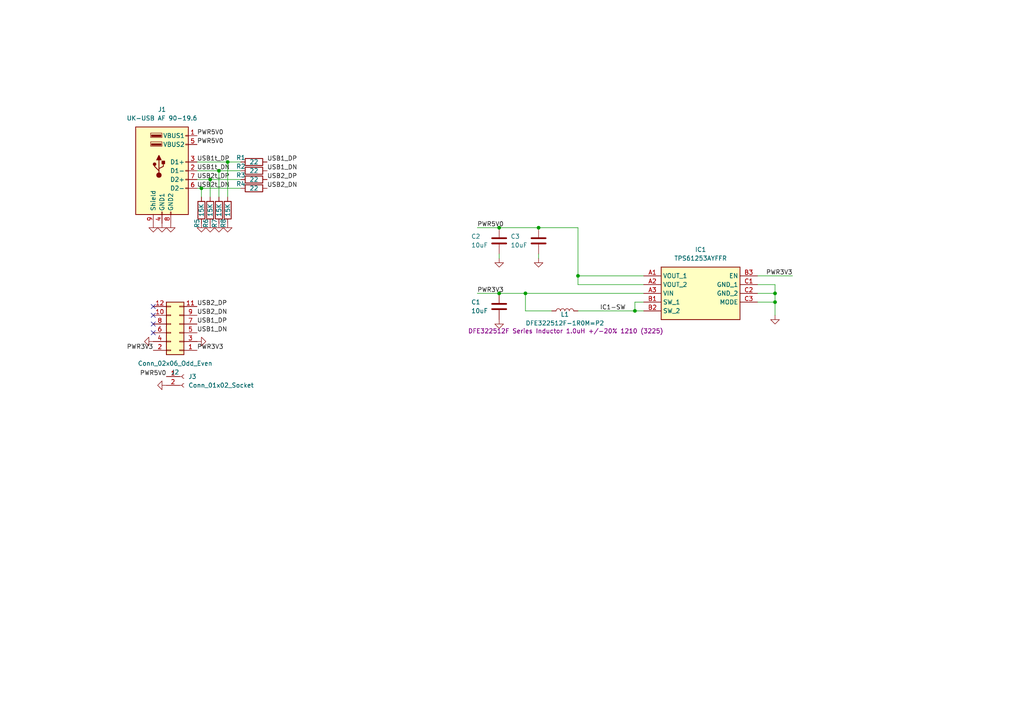
<source format=kicad_sch>
(kicad_sch (version 20231120) (generator "eeschema") (generator_version "8.0")
  (paper "A4")
  (lib_symbols
    (symbol "Connector:Conn_01x02_Socket" (pin_names (offset 1.016) hide)
      (property "Reference" "J" (at 0 2.54 0))
      (property "Value" "Conn_01x02_Socket" (at 0 -5.08 0))
      (symbol "Conn_01x02_Socket_1_1"
        (arc (start 0 -2.032) (mid -0.5058 -2.54) (end 0 -3.048) (stroke (width 0.1524)))
        (polyline (pts (xy -1.27 -2.54) (xy -0.508 -2.54)) (stroke (width 0.1524)))
        (polyline (pts (xy -1.27 0) (xy -0.508 0)) (stroke (width 0.1524)))
        (arc (start 0 0.508) (mid -0.5058 0) (end 0 -0.508) (stroke (width 0.1524)))
        (pin passive line (at -5.08 0 0) (length 3.81) (name "Pin_1") (number "1"))
        (pin passive line (at -5.08 -2.54 0) (length 3.81) (name "Pin_2") (number "2"))
      )
    )
    (symbol "Connector:USB_A_Stacked" (pin_names (offset 1.016))
      (property "Reference" "J" (at 0 15.875 0))
      (property "Value" "USB_A_Stacked" (at 0 13.97 0))
      (symbol "USB_A_Stacked_0_1"
        (rectangle (start -7.62 12.7) (end 7.62 -12.7) (stroke (width 0.254)) (fill (type background)))
        (circle (center -2.159 1.905) (radius 0.381) (stroke (width 0.254)) (fill (type outline)))
        (circle (center -0.889 -1.27) (radius 0.635) (stroke (width 0.254)) (fill (type outline)))
        (rectangle (start -0.254 7.366) (end -3.048 7.874) (fill (type outline)))
        (rectangle (start -0.254 9.906) (end -3.048 10.414) (fill (type outline)))
        (rectangle (start -0.127 -12.7) (end 0.127 -11.938))
        (polyline (pts (xy -1.524 3.175) (xy -0.254 3.175) (xy -0.889 4.445) (xy -1.524 3.175)) (stroke (width 0.254)) (fill (type outline)))
        (polyline (pts (xy -0.889 -0.635) (xy -0.889 0) (xy -2.159 1.27) (xy -2.159 1.905)) (stroke (width 0.254)))
        (polyline (pts (xy -0.889 0) (xy -0.889 0.635) (xy 0.381 1.27) (xy 0.381 2.54)) (stroke (width 0.254)))
        (rectangle (start 0 2.794) (end 0.762 2.032) (stroke (width 0.254)) (fill (type outline)))
        (rectangle (start 0 7.112) (end -3.302 8.382))
        (rectangle (start 0 9.652) (end -3.302 10.922))
        (rectangle (start 2.413 -12.7) (end 2.667 -11.938))
        (rectangle (start 7.62 -5.207) (end 6.858 -4.953))
        (rectangle (start 7.62 -2.667) (end 6.858 -2.413))
        (rectangle (start 7.62 -0.127) (end 6.858 0.127))
        (rectangle (start 7.62 2.413) (end 6.858 2.667))
        (rectangle (start 7.62 7.493) (end 6.858 7.747))
        (rectangle (start 7.62 10.033) (end 6.858 10.287))
      )
      (symbol "USB_A_Stacked_1_1"
        (polyline (pts (xy -0.889 0.635) (xy -0.889 3.175)) (stroke (width 0.254)))
        (pin power_in line (at 10.16 10.16 180) (length 2.54) (name "VBUS1") (number "1"))
        (pin bidirectional line (at 10.16 0 180) (length 2.54) (name "D1-") (number "2"))
        (pin bidirectional line (at 10.16 2.54 180) (length 2.54) (name "D1+") (number "3"))
        (pin power_in line (at 0 -15.24 90) (length 2.54) (name "GND1") (number "4"))
        (pin power_in line (at 10.16 7.62 180) (length 2.54) (name "VBUS2") (number "5"))
        (pin bidirectional line (at 10.16 -5.08 180) (length 2.54) (name "D2-") (number "6"))
        (pin bidirectional line (at 10.16 -2.54 180) (length 2.54) (name "D2+") (number "7"))
        (pin power_in line (at 2.54 -15.24 90) (length 2.54) (name "GND2") (number "8"))
        (pin passive line (at -2.54 -15.24 90) (length 2.54) (name "Shield") (number "9"))
      )
    )
    (symbol "Connector_Generic:Conn_02x06_Odd_Even" (pin_names (offset 1.016) hide)
      (property "Reference" "J" (at 1.27 7.62 0))
      (property "Value" "Conn_02x06_Odd_Even" (at 1.27 -10.16 0))
      (symbol "Conn_02x06_Odd_Even_1_1"
        (rectangle (start -1.27 -7.493) (end 0 -7.747) (stroke (width 0.1524)))
        (rectangle (start -1.27 -4.953) (end 0 -5.207) (stroke (width 0.1524)))
        (rectangle (start -1.27 -2.413) (end 0 -2.667) (stroke (width 0.1524)))
        (rectangle (start -1.27 0.127) (end 0 -0.127) (stroke (width 0.1524)))
        (rectangle (start -1.27 2.667) (end 0 2.413) (stroke (width 0.1524)))
        (rectangle (start -1.27 5.207) (end 0 4.953) (stroke (width 0.1524)))
        (rectangle (start -1.27 6.35) (end 3.81 -8.89) (stroke (width 0.254)) (fill (type background)))
        (rectangle (start 3.81 -7.493) (end 2.54 -7.747) (stroke (width 0.1524)))
        (rectangle (start 3.81 -4.953) (end 2.54 -5.207) (stroke (width 0.1524)))
        (rectangle (start 3.81 -2.413) (end 2.54 -2.667) (stroke (width 0.1524)))
        (rectangle (start 3.81 0.127) (end 2.54 -0.127) (stroke (width 0.1524)))
        (rectangle (start 3.81 2.667) (end 2.54 2.413) (stroke (width 0.1524)))
        (rectangle (start 3.81 5.207) (end 2.54 4.953) (stroke (width 0.1524)))
        (pin passive line (at -5.08 5.08 0) (length 3.81) (name "Pin_1") (number "1"))
        (pin passive line (at 7.62 -5.08 180) (length 3.81) (name "Pin_10") (number "10"))
        (pin passive line (at -5.08 -7.62 0) (length 3.81) (name "Pin_11") (number "11"))
        (pin passive line (at 7.62 -7.62 180) (length 3.81) (name "Pin_12") (number "12"))
        (pin passive line (at 7.62 5.08 180) (length 3.81) (name "Pin_2") (number "2"))
        (pin passive line (at -5.08 2.54 0) (length 3.81) (name "Pin_3") (number "3"))
        (pin passive line (at 7.62 2.54 180) (length 3.81) (name "Pin_4") (number "4"))
        (pin passive line (at -5.08 0 0) (length 3.81) (name "Pin_5") (number "5"))
        (pin passive line (at 7.62 0 180) (length 3.81) (name "Pin_6") (number "6"))
        (pin passive line (at -5.08 -2.54 0) (length 3.81) (name "Pin_7") (number "7"))
        (pin passive line (at 7.62 -2.54 180) (length 3.81) (name "Pin_8") (number "8"))
        (pin passive line (at -5.08 -5.08 0) (length 3.81) (name "Pin_9") (number "9"))
      )
    )
    (symbol "Device:C" (pin_numbers hide) (pin_names (offset 0.254))
      (property "Reference" "C" (at 0.635 2.54 0))
      (property "Value" "C" (at 0.635 -2.54 0))
      (symbol "C_0_1"
        (polyline (pts (xy -2.032 -0.762) (xy 2.032 -0.762)) (stroke (width 0.508)))
        (polyline (pts (xy -2.032 0.762) (xy 2.032 0.762)) (stroke (width 0.508)))
      )
      (symbol "C_1_1"
        (pin passive line (at 0 3.81 270) (length 2.794) (name "~") (number "1"))
        (pin passive line (at 0 -3.81 90) (length 2.794) (name "~") (number "2"))
      )
    )
    (symbol "Device:L" (pin_numbers hide) (pin_names (offset 1.016) hide)
      (property "Reference" "L" (at -1.27 0 90))
      (property "Value" "L" (at 1.905 0 90))
      (symbol "L_0_1"
        (arc (start 0 -2.54) (mid 0.6323 -1.905) (end 0 -1.27))
        (arc (start 0 -1.27) (mid 0.6323 -0.635) (end 0 0))
        (arc (start 0 0) (mid 0.6323 0.635) (end 0 1.27))
        (arc (start 0 1.27) (mid 0.6323 1.905) (end 0 2.54))
      )
      (symbol "L_1_1"
        (pin passive line (at 0 3.81 270) (length 1.27) (name "1") (number "1"))
        (pin passive line (at 0 -3.81 90) (length 1.27) (name "2") (number "2"))
      )
    )
    (symbol "Device:R" (pin_numbers hide) (pin_names (offset 0))
      (property "Reference" "R" (at 2.032 0 90))
      (property "Value" "R" (at 0 0 90))
      (symbol "R_0_1"
        (rectangle (start -1.016 -2.54) (end 1.016 2.54) (stroke (width 0.254)))
      )
      (symbol "R_1_1"
        (pin passive line (at 0 3.81 270) (length 1.27) (name "~") (number "1"))
        (pin passive line (at 0 -3.81 90) (length 1.27) (name "~") (number "2"))
      )
    )
    (symbol "TPS61253AYFFR:TPS61253AYFFR"
      (property "Reference" "IC" (at 29.21 7.62 0))
      (property "Value" "TPS61253AYFFR" (at 29.21 5.08 0))
      (symbol "TPS61253AYFFR_1_1"
        (rectangle (start 5.08 2.54) (end 27.94 -12.7) (stroke (width 0.254)) (fill (type background)))
        (pin output line (at 0 0 0) (length 5.08) (name "VOUT_1") (number "A1"))
        (pin output line (at 0 -2.54 0) (length 5.08) (name "VOUT_2") (number "A2"))
        (pin power_in line (at 0 -5.08 0) (length 5.08) (name "VIN") (number "A3"))
        (pin bidirectional line (at 0 -7.62 0) (length 5.08) (name "SW_1") (number "B1"))
        (pin bidirectional line (at 0 -10.16 0) (length 5.08) (name "SW_2") (number "B2"))
        (pin input line (at 33.02 0 180) (length 5.08) (name "EN") (number "B3"))
        (pin power_in line (at 33.02 -2.54 180) (length 5.08) (name "GND_1") (number "C1"))
        (pin power_in line (at 33.02 -5.08 180) (length 5.08) (name "GND_2") (number "C2"))
        (pin passive line (at 33.02 -7.62 180) (length 5.08) (name "MODE") (number "C3"))
      )
    )
    (symbol "power:GND" (power) (pin_names (offset 0))
      (property "Value" "GND" (at 0 -3.81 0))
      (symbol "GND_0_1"
        (polyline (pts (xy 0 0) (xy 0 -1.27) (xy 1.27 -1.27) (xy 0 -2.54) (xy -1.27 -1.27) (xy 0 -1.27)))
      )
      (symbol "GND_1_1"
        (pin power_in line (at 0 0 270) (length 0) hide (name "GND") (number "1"))
      )
    )
  )
  (junction (at 224.79 87.63))
  (junction (at 167.64 80.01))
  (junction (at 152.4 85.09))
  (junction (at 156.21 66.04))
  (junction (at 66.04 46.99))
  (junction (at 224.79 85.09))
  (junction (at 184.15 90.17))
  (junction (at 63.5 49.53))
  (junction (at 144.78 66.04))
  (junction (at 144.78 85.09))
  (junction (at 58.42 54.61))
  (junction (at 60.96 52.07))
  (no_connect (at 44.45 93.98))
  (no_connect (at 44.45 91.44))
  (no_connect (at 44.45 96.52))
  (no_connect (at 44.45 88.9))
  (wire (pts (xy 138.43 85.09) (xy 144.78 85.09)))
  (wire (pts (xy 224.79 85.09) (xy 224.79 87.63)))
  (wire (pts (xy 144.78 66.04) (xy 156.21 66.04)))
  (wire (pts (xy 58.42 54.61) (xy 58.42 57.15)))
  (wire (pts (xy 63.5 49.53) (xy 63.5 57.15)))
  (wire (pts (xy 167.64 80.01) (xy 167.64 66.04)))
  (wire (pts (xy 186.69 82.55) (xy 167.64 82.55)))
  (wire (pts (xy 66.04 46.99) (xy 69.85 46.99)))
  (wire (pts (xy 57.15 52.07) (xy 60.96 52.07)))
  (wire (pts (xy 167.64 80.01) (xy 186.69 80.01)))
  (wire (pts (xy 63.5 49.53) (xy 69.85 49.53)))
  (wire (pts (xy 138.43 66.04) (xy 144.78 66.04)))
  (wire (pts (xy 219.71 87.63) (xy 224.79 87.63)))
  (wire (pts (xy 152.4 85.09) (xy 152.4 90.17)))
  (wire (pts (xy 156.21 66.04) (xy 167.64 66.04)))
  (wire (pts (xy 144.78 85.09) (xy 152.4 85.09)))
  (wire (pts (xy 57.15 49.53) (xy 63.5 49.53)))
  (wire (pts (xy 184.15 87.63) (xy 184.15 90.17)))
  (wire (pts (xy 60.96 52.07) (xy 69.85 52.07)))
  (wire (pts (xy 57.15 46.99) (xy 66.04 46.99)))
  (wire (pts (xy 219.71 80.01) (xy 229.87 80.01)))
  (wire (pts (xy 167.64 90.17) (xy 184.15 90.17)))
  (wire (pts (xy 184.15 90.17) (xy 186.69 90.17)))
  (wire (pts (xy 167.64 82.55) (xy 167.64 80.01)))
  (wire (pts (xy 60.96 52.07) (xy 60.96 57.15)))
  (wire (pts (xy 219.71 85.09) (xy 224.79 85.09)))
  (wire (pts (xy 144.78 73.66) (xy 144.78 74.93)))
  (wire (pts (xy 152.4 85.09) (xy 186.69 85.09)))
  (wire (pts (xy 57.15 54.61) (xy 58.42 54.61)))
  (wire (pts (xy 66.04 46.99) (xy 66.04 57.15)))
  (wire (pts (xy 186.69 87.63) (xy 184.15 87.63)))
  (wire (pts (xy 224.79 87.63) (xy 224.79 91.44)))
  (wire (pts (xy 224.79 82.55) (xy 224.79 85.09)))
  (wire (pts (xy 152.4 90.17) (xy 160.02 90.17)))
  (wire (pts (xy 219.71 82.55) (xy 224.79 82.55)))
  (wire (pts (xy 58.42 54.61) (xy 69.85 54.61)))
  (wire (pts (xy 156.21 73.66) (xy 156.21 74.93)))
  (label "USB2_DN" (at 57.15 91.44 0))
  (label "PWR3V3" (at 229.87 80.01 180))
  (label "USB2_DP" (at 57.15 88.9 0))
  (label "IC1-SW" (at 173.99 90.17 0))
  (label "PWR5V0" (at 57.15 41.91 0))
  (label "USB1_DN" (at 77.47 49.53 0))
  (label "PWR5V0" (at 48.26 109.22 180))
  (label "USB1_DP" (at 77.47 46.99 0))
  (label "USB2_DP" (at 77.47 52.07 0))
  (label "USB1_DP" (at 57.15 93.98 0))
  (label "PWR3V3" (at 138.43 85.09 0))
  (label "USB1t_DN" (at 57.15 49.53 0))
  (label "USB2_DN" (at 77.47 54.61 0))
  (label "USB1t_DP" (at 57.15 46.99 0))
  (label "USB2t_DN" (at 57.15 54.61 0))
  (label "PWR5V0" (at 138.43 66.04 0))
  (label "PWR3V3" (at 57.15 101.6 0))
  (label "USB1_DN" (at 57.15 96.52 0))
  (label "PWR5V0" (at 57.15 39.37 0))
  (label "USB2t_DP" (at 57.15 52.07 0))
  (label "PWR3V3" (at 44.45 101.6 180))
  (symbol (lib_id "power:GND") (at 57.15 99.06 90) (unit 1)
    (property "Reference" "#PWR08" (effects (hide yes)))
    (property "Value" "GND" (effects (hide yes)))
  )
  (symbol (lib_id "TPS61253AYFFR:TPS61253AYFFR") (at 186.69 80.01 0) (unit 1)
    (property "Reference" "IC1" (at 203.2 72.39 0))
    (property "Value" "TPS61253AYFFR" (at 203.2 74.93 0))
    (property "Footprint" "libs:BGA9C40P3X3_119X129X62" (effects (hide yes)))
    (property "Datasheet" "http://www.ti.com/lit/gpn/tps61253a" (effects (hide yes)))
    (property "Description" "TPS6125xA 3.8-MHz, 5-V / 4-A Boost in 1.2-mm x 1.3-mm WCSP" (effects (hide yes)))
    (property "Height" "0.625" (effects (hide yes)))
    (property "Mouser Part Number" "595-TPS61253AYFFR" (effects (hide yes)))
    (property "Mouser Price/Stock" "https://www.mouser.co.uk/ProductDetail/Texas-Instruments/TPS61253AYFFR?qs=u4fy%2FsgLU9MozJblstQuaA%3D%3D" (effects (hide yes)))
    (property "Manufacturer_Name" "Texas Instruments" (effects (hide yes)))
    (property "Manufacturer_Part_Number" "TPS61253AYFFR" (effects (hide yes)))
  )
  (symbol (lib_id "Connector:Conn_01x02_Socket") (at 53.34 109.22 0) (unit 1)
    (property "Reference" "J3" (at 54.61 109.22 0) (effects (justify left)))
    (property "Value" "Conn_01x02_Socket" (at 54.61 111.76 0) (effects (justify left)))
    (property "Footprint" "Connector_PinSocket_2.54mm:PinSocket_1x02_P2.54mm_Vertical" (effects (hide yes)))
  )
  (symbol (lib_id "power:GND") (at 44.45 99.06 270) (unit 1)
    (property "Reference" "#PWR09" (effects (hide yes)))
    (property "Value" "GND" (effects (hide yes)))
  )
  (symbol (lib_id "Device:C") (at 144.78 69.85 0) (unit 1)
    (property "Reference" "C2" (at 136.652 68.58 0) (effects (justify left)))
    (property "Value" "10uF" (at 136.652 71.12 0) (effects (justify left)))
    (property "Footprint" "Capacitor_SMD:C_0603_1608Metric" (effects (hide yes)))
  )
  (symbol (lib_id "power:GND") (at 58.42 64.77 0) (unit 1)
    (property "Reference" "#PWR01" (effects (hide yes)))
    (property "Value" "GND" (effects (hide yes)))
  )
  (symbol (lib_id "Device:R") (at 73.66 52.07 90) (unit 1)
    (property "Reference" "R3" (at 69.85 50.8 90))
    (property "Value" "22" (at 73.66 52.07 90))
    (property "Footprint" "Resistor_SMD:R_0402_1005Metric" (effects (hide yes)))
  )
  (symbol (lib_id "Device:C") (at 156.21 69.85 0) (unit 1)
    (property "Reference" "C3" (at 148.082 68.58 0) (effects (justify left)))
    (property "Value" "10uF" (at 148.082 71.12 0) (effects (justify left)))
    (property "Footprint" "Capacitor_SMD:C_0603_1608Metric" (effects (hide yes)))
  )
  (symbol (lib_id "power:GND") (at 66.04 64.77 0) (unit 1)
    (property "Reference" "#PWR04" (effects (hide yes)))
    (property "Value" "GND" (effects (hide yes)))
  )
  (symbol (lib_id "power:GND") (at 49.53 64.77 0) (unit 1)
    (property "Reference" "#PWR07" (effects (hide yes)))
    (property "Value" "GND" (effects (hide yes)))
  )
  (symbol (lib_id "power:GND") (at 224.79 91.44 0) (unit 1)
    (property "Reference" "#PWR017" (effects (hide yes)))
    (property "Value" "GND" (effects (hide yes)))
  )
  (symbol (lib_id "power:GND") (at 46.99 64.77 0) (unit 1)
    (property "Reference" "#PWR06" (effects (hide yes)))
    (property "Value" "GND" (effects (hide yes)))
  )
  (symbol (lib_id "Connector:USB_A_Stacked") (at 46.99 49.53 0) (unit 1)
    (property "Reference" "J1" (at 46.99 31.75 0))
    (property "Value" "UK-USB AF 90-19.6" (at 46.99 34.29 0))
    (property "Footprint" "Connector_USB:USB_A_Wuerth_61400826021_Horizontal_Stacked" (effects (hide yes)))
    (property "Datasheet" " ~" (effects (hide yes)))
  )
  (symbol (lib_id "power:GND") (at 144.78 92.71 0) (unit 1)
    (property "Reference" "#PWR016" (effects (hide yes)))
    (property "Value" "GND" (effects (hide yes)))
  )
  (symbol (lib_id "Connector_Generic:Conn_02x06_Odd_Even") (at 52.07 96.52 180) (unit 1)
    (property "Reference" "J2" (at 50.8 107.95 0))
    (property "Value" "Conn_02x06_Odd_Even" (at 50.8 105.41 0))
    (property "Footprint" "Connector_PinHeader_2.54mm:PinHeader_2x06_P2.54mm_Horizontal" (effects (hide yes)))
  )
  (symbol (lib_id "Device:R") (at 63.5 60.96 180) (unit 1)
    (property "Reference" "R7" (at 62.23 64.77 90))
    (property "Value" "15K" (at 63.5 60.96 90))
    (property "Footprint" "Resistor_SMD:R_0402_1005Metric" (effects (hide yes)))
  )
  (symbol (lib_id "power:GND") (at 48.26 111.76 270) (unit 1)
    (property "Reference" "#PWR013" (effects (hide yes)))
    (property "Value" "GND" (effects (hide yes)))
  )
  (symbol (lib_id "Device:R") (at 73.66 46.99 90) (unit 1)
    (property "Reference" "R1" (at 69.85 45.72 90))
    (property "Value" "22" (at 73.66 46.99 90))
    (property "Footprint" "Resistor_SMD:R_0402_1005Metric" (effects (hide yes)))
  )
  (symbol (lib_id "power:GND") (at 144.78 74.93 0) (unit 1)
    (property "Reference" "#PWR019" (effects (hide yes)))
    (property "Value" "GND" (effects (hide yes)))
  )
  (symbol (lib_id "Device:R") (at 73.66 49.53 90) (unit 1)
    (property "Reference" "R2" (at 69.85 48.26 90))
    (property "Value" "22" (at 73.66 49.53 90))
    (property "Footprint" "Resistor_SMD:R_0402_1005Metric" (effects (hide yes)))
  )
  (symbol (lib_id "power:GND") (at 156.21 74.93 0) (unit 1)
    (property "Reference" "#PWR018" (effects (hide yes)))
    (property "Value" "GND" (effects (hide yes)))
  )
  (symbol (lib_id "Device:R") (at 60.96 60.96 180) (unit 1)
    (property "Reference" "R6" (at 59.69 64.77 90))
    (property "Value" "15K" (at 60.96 60.96 90))
    (property "Footprint" "Resistor_SMD:R_0402_1005Metric" (effects (hide yes)))
  )
  (symbol (lib_id "Device:R") (at 66.04 60.96 180) (unit 1)
    (property "Reference" "R8" (at 64.77 64.77 90))
    (property "Value" "15K" (at 66.04 60.96 90))
    (property "Footprint" "Resistor_SMD:R_0402_1005Metric" (effects (hide yes)))
  )
  (symbol (lib_id "Device:C") (at 144.78 88.9 0) (unit 1)
    (property "Reference" "C1" (at 136.652 87.63 0) (effects (justify left)))
    (property "Value" "10uF" (at 136.652 90.17 0) (effects (justify left)))
    (property "Footprint" "Capacitor_SMD:C_0402_1005Metric" (effects (hide yes)))
  )
  (symbol (lib_id "power:GND") (at 60.96 64.77 0) (unit 1)
    (property "Reference" "#PWR02" (effects (hide yes)))
    (property "Value" "GND" (effects (hide yes)))
  )
  (symbol (lib_id "Device:L") (at 163.83 90.17 90) (unit 1)
    (property "Reference" "L1" (at 163.83 91.186 90))
    (property "Value" "DFE322512F-1R0M=P2" (at 163.83 93.726 90))
    (property "Footprint" "Inductor_SMD:L_1210_3225Metric" (effects (hide yes)))
    (property "Datasheet" "https://psearch.en.murata.com/inductor/product/DFE322512F-1R0M%23.html" (effects (hide yes)))
    (property "Description" "DFE322512F Series Inductor 1.0uH +/-20% 1210 (3225)" (at 164.084 96.012 90))
  )
  (symbol (lib_id "power:GND") (at 44.45 64.77 0) (unit 1)
    (property "Reference" "#PWR05" (effects (hide yes)))
    (property "Value" "GND" (effects (hide yes)))
  )
  (symbol (lib_id "power:GND") (at 63.5 64.77 0) (unit 1)
    (property "Reference" "#PWR03" (effects (hide yes)))
    (property "Value" "GND" (effects (hide yes)))
  )
  (symbol (lib_id "Device:R") (at 58.42 60.96 180) (unit 1)
    (property "Reference" "R5" (at 57.15 64.77 90))
    (property "Value" "15K" (at 58.42 60.96 90))
    (property "Footprint" "Resistor_SMD:R_0402_1005Metric" (effects (hide yes)))
  )
  (symbol (lib_id "Device:R") (at 73.66 54.61 90) (unit 1)
    (property "Reference" "R4" (at 69.85 53.34 90))
    (property "Value" "22" (at 73.66 54.61 90))
    (property "Footprint" "Resistor_SMD:R_0402_1005Metric" (effects (hide yes)))
  )
)
</source>
